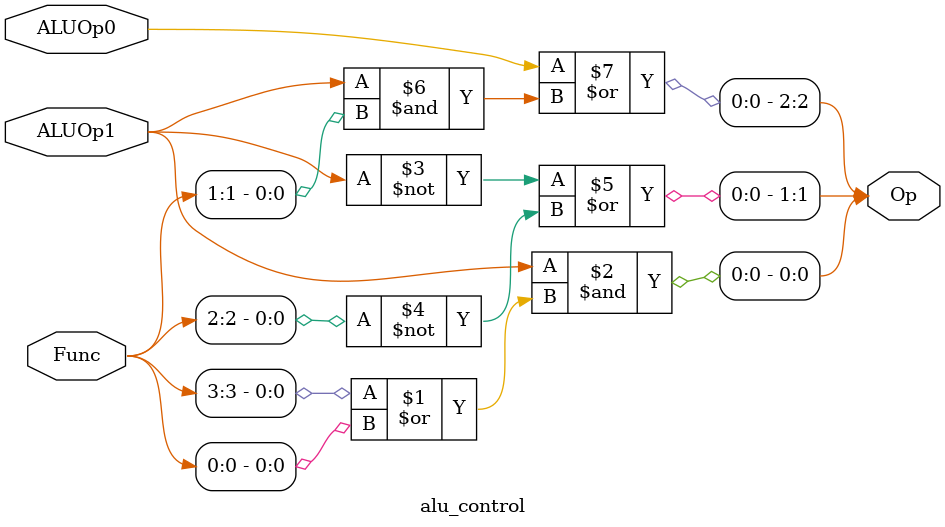
<source format=v>
module alu_control(Op,Func,ALUOp1,ALUOp0);
    output [2:0]Op;
    input ALUOp1,ALUOp0;
    input [5:0] Func;

    assign  Op[0] = ALUOp1 & (Func[3] | Func[0]);
    assign  Op[1] = (~ALUOp1) | (~Func[2]);
    assign  Op[2] = ALUOp0 | (ALUOp1 & Func[1]);
endmodule


</source>
